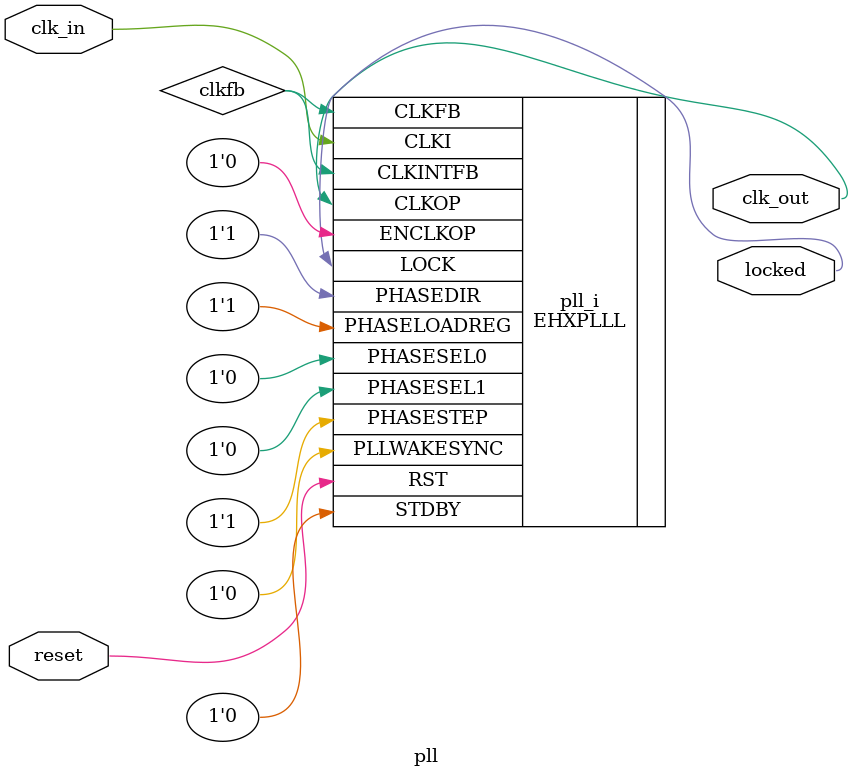
<source format=v>
module pll
(
    input reset, // 0:inactive, 1:reset
    input clk_in, // 25 MHz, 0 deg
    output clk_out, // 10 MHz, 0 deg
    output locked
);
wire clkfb;
(* FREQUENCY_PIN_CLKI="25" *)
(* FREQUENCY_PIN_CLKOP="10" *)
(* ICP_CURRENT="12" *) (* LPF_RESISTOR="8" *) (* MFG_ENABLE_FILTEROPAMP="1" *) (* MFG_GMCREF_SEL="2" *)
EHXPLLL #(
        .PLLRST_ENA("ENABLED"),
        .INTFB_WAKE("DISABLED"),
        .STDBY_ENABLE("DISABLED"),
        .DPHASE_SOURCE("DISABLED"),
        .OUTDIVIDER_MUXA("DIVA"),
        .OUTDIVIDER_MUXB("DIVB"),
        .OUTDIVIDER_MUXC("DIVC"),
        .OUTDIVIDER_MUXD("DIVD"),
        .CLKI_DIV(5),
        .CLKOP_ENABLE("ENABLED"),
        .CLKOP_DIV(60),
        .CLKOP_CPHASE(30),
        .CLKOP_FPHASE(0),
        .FEEDBK_PATH("INT_OP"),
        .CLKFB_DIV(2)
    ) pll_i (
        .RST(reset),
        .STDBY(1'b0),
        .CLKI(clk_in),
        .CLKOP(clk_out),
        .CLKFB(clkfb),
        .CLKINTFB(clkfb),
        .PHASESEL0(1'b0),
        .PHASESEL1(1'b0),
        .PHASEDIR(1'b1),
        .PHASESTEP(1'b1),
        .PHASELOADREG(1'b1),
        .PLLWAKESYNC(1'b0),
        .ENCLKOP(1'b0),
        .LOCK(locked)
	);
endmodule

</source>
